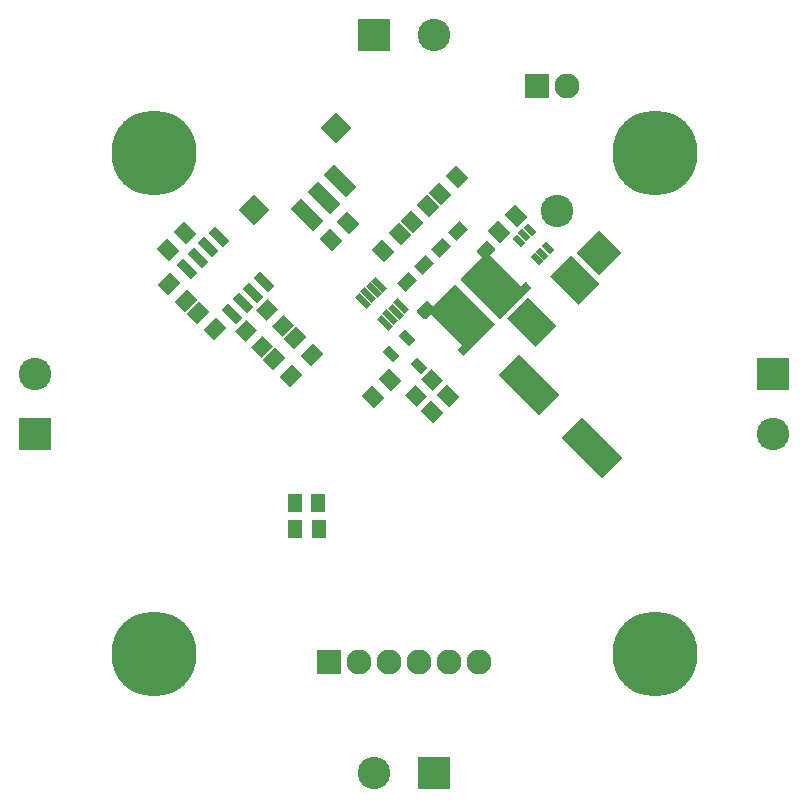
<source format=gts>
G04*
G04 #@! TF.GenerationSoftware,Altium Limited,Altium Designer,18.1.6 (161)*
G04*
G04 Layer_Color=8388736*
%FSLAX25Y25*%
%MOIN*%
G70*
G01*
G75*
G04:AMPARAMS|DCode=18|XSize=20.8mil|YSize=56.03mil|CornerRadius=0mil|HoleSize=0mil|Usage=FLASHONLY|Rotation=45.000|XOffset=0mil|YOffset=0mil|HoleType=Round|Shape=Rectangle|*
%AMROTATEDRECTD18*
4,1,4,0.01246,-0.02716,-0.02716,0.01246,-0.01246,0.02716,0.02716,-0.01246,0.01246,-0.02716,0.0*
%
%ADD18ROTATEDRECTD18*%

G04:AMPARAMS|DCode=19|XSize=19.81mil|YSize=41.47mil|CornerRadius=0mil|HoleSize=0mil|Usage=FLASHONLY|Rotation=45.000|XOffset=0mil|YOffset=0mil|HoleType=Round|Shape=Rectangle|*
%AMROTATEDRECTD19*
4,1,4,0.00766,-0.02166,-0.02166,0.00766,-0.00766,0.02166,0.02166,-0.00766,0.00766,-0.02166,0.0*
%
%ADD19ROTATEDRECTD19*%

G04:AMPARAMS|DCode=20|XSize=61.15mil|YSize=47.37mil|CornerRadius=0mil|HoleSize=0mil|Usage=FLASHONLY|Rotation=315.000|XOffset=0mil|YOffset=0mil|HoleType=Round|Shape=Rectangle|*
%AMROTATEDRECTD20*
4,1,4,-0.03837,0.00487,-0.00487,0.03837,0.03837,-0.00487,0.00487,-0.03837,-0.03837,0.00487,0.0*
%
%ADD20ROTATEDRECTD20*%

G04:AMPARAMS|DCode=21|XSize=108.39mil|YSize=47.37mil|CornerRadius=0mil|HoleSize=0mil|Usage=FLASHONLY|Rotation=315.000|XOffset=0mil|YOffset=0mil|HoleType=Round|Shape=Rectangle|*
%AMROTATEDRECTD21*
4,1,4,-0.05507,0.02158,-0.02158,0.05507,0.05507,-0.02158,0.02158,-0.05507,-0.05507,0.02158,0.0*
%
%ADD21ROTATEDRECTD21*%

%ADD22P,0.10597X4X360.0*%
%ADD23R,0.04737X0.06115*%
G04:AMPARAMS|DCode=24|XSize=31.62mil|YSize=47.37mil|CornerRadius=0mil|HoleSize=0mil|Usage=FLASHONLY|Rotation=45.000|XOffset=0mil|YOffset=0mil|HoleType=Round|Shape=Rectangle|*
%AMROTATEDRECTD24*
4,1,4,0.00557,-0.02793,-0.02793,0.00557,-0.00557,0.02793,0.02793,-0.00557,0.00557,-0.02793,0.0*
%
%ADD24ROTATEDRECTD24*%

G04:AMPARAMS|DCode=25|XSize=98.55mil|YSize=189.1mil|CornerRadius=0mil|HoleSize=0mil|Usage=FLASHONLY|Rotation=45.000|XOffset=0mil|YOffset=0mil|HoleType=Round|Shape=Rectangle|*
%AMROTATEDRECTD25*
4,1,4,0.03202,-0.10170,-0.10170,0.03202,-0.03202,0.10170,0.10170,-0.03202,0.03202,-0.10170,0.0*
%
%ADD25ROTATEDRECTD25*%

G04:AMPARAMS|DCode=26|XSize=53.28mil|YSize=40.28mil|CornerRadius=0mil|HoleSize=0mil|Usage=FLASHONLY|Rotation=225.000|XOffset=0mil|YOffset=0mil|HoleType=Round|Shape=Rectangle|*
%AMROTATEDRECTD26*
4,1,4,0.00459,0.03308,0.03308,0.00459,-0.00459,-0.03308,-0.03308,-0.00459,0.00459,0.03308,0.0*
%
%ADD26ROTATEDRECTD26*%

G04:AMPARAMS|DCode=27|XSize=45.28mil|YSize=32.28mil|CornerRadius=0mil|HoleSize=0mil|Usage=FLASHONLY|Rotation=225.000|XOffset=0mil|YOffset=0mil|HoleType=Round|Shape=Rectangle|*
%AMROTATEDRECTD27*
4,1,4,0.00459,0.02742,0.02742,0.00459,-0.00459,-0.02742,-0.02742,-0.00459,0.00459,0.02742,0.0*
%
%ADD27ROTATEDRECTD27*%

G04:AMPARAMS|DCode=28|XSize=99mil|YSize=134mil|CornerRadius=0mil|HoleSize=0mil|Usage=FLASHONLY|Rotation=225.000|XOffset=0mil|YOffset=0mil|HoleType=Round|Shape=Rectangle|*
%AMROTATEDRECTD28*
4,1,4,-0.01237,0.08238,0.08238,-0.01237,0.01237,-0.08238,-0.08238,0.01237,-0.01237,0.08238,0.0*
%
%ADD28ROTATEDRECTD28*%

G04:AMPARAMS|DCode=29|XSize=29.65mil|YSize=67.06mil|CornerRadius=0mil|HoleSize=0mil|Usage=FLASHONLY|Rotation=45.000|XOffset=0mil|YOffset=0mil|HoleType=Round|Shape=Rectangle|*
%AMROTATEDRECTD29*
4,1,4,0.01322,-0.03419,-0.03419,0.01322,-0.01322,0.03419,0.03419,-0.01322,0.01322,-0.03419,0.0*
%
%ADD29ROTATEDRECTD29*%

G04:AMPARAMS|DCode=30|XSize=55.24mil|YSize=47.37mil|CornerRadius=0mil|HoleSize=0mil|Usage=FLASHONLY|Rotation=45.000|XOffset=0mil|YOffset=0mil|HoleType=Round|Shape=Rectangle|*
%AMROTATEDRECTD30*
4,1,4,-0.00278,-0.03628,-0.03628,-0.00278,0.00278,0.03628,0.03628,0.00278,-0.00278,-0.03628,0.0*
%
%ADD30ROTATEDRECTD30*%

G04:AMPARAMS|DCode=31|XSize=61.15mil|YSize=47.37mil|CornerRadius=0mil|HoleSize=0mil|Usage=FLASHONLY|Rotation=45.000|XOffset=0mil|YOffset=0mil|HoleType=Round|Shape=Rectangle|*
%AMROTATEDRECTD31*
4,1,4,-0.00487,-0.03837,-0.03837,-0.00487,0.00487,0.03837,0.03837,0.00487,-0.00487,-0.03837,0.0*
%
%ADD31ROTATEDRECTD31*%

G04:AMPARAMS|DCode=32|XSize=55.24mil|YSize=47.37mil|CornerRadius=0mil|HoleSize=0mil|Usage=FLASHONLY|Rotation=135.000|XOffset=0mil|YOffset=0mil|HoleType=Round|Shape=Rectangle|*
%AMROTATEDRECTD32*
4,1,4,0.03628,-0.00278,0.00278,-0.03628,-0.03628,0.00278,-0.00278,0.03628,0.03628,-0.00278,0.0*
%
%ADD32ROTATEDRECTD32*%

%ADD33C,0.28359*%
%ADD34C,0.08300*%
%ADD35R,0.08300X0.08300*%
%ADD36C,0.10800*%
%ADD37P,0.15274X4X90.0*%
%ADD38R,0.10800X0.10800*%
%ADD39R,0.10800X0.10800*%
G36*
X190939Y209645D02*
X190991Y209635D01*
X191041Y209618D01*
X191087Y209595D01*
X191131Y209566D01*
X191171Y209531D01*
X203949Y196753D01*
X203983Y196714D01*
X204012Y196670D01*
X204028Y196639D01*
X204035Y196623D01*
X204052Y196574D01*
X204063Y196522D01*
X204066Y196470D01*
X204063Y196418D01*
X204052Y196366D01*
X204035Y196317D01*
X204012Y196270D01*
X203983Y196226D01*
X203949Y196186D01*
X193927Y186164D01*
X193887Y186130D01*
X193844Y186101D01*
X193797Y186078D01*
X193747Y186061D01*
X193695Y186051D01*
X193643Y186047D01*
X193591Y186051D01*
X193539Y186061D01*
X193490Y186078D01*
X193443Y186101D01*
X193399Y186130D01*
X193360Y186164D01*
X191968Y187557D01*
X191933Y187596D01*
X191904Y187639D01*
X191881Y187687D01*
X191864Y187736D01*
X191854Y187788D01*
X191850Y187840D01*
X191854Y187892D01*
X191864Y187944D01*
X191881Y187993D01*
X191904Y188040D01*
X191933Y188084D01*
X191968Y188123D01*
X193215Y189371D01*
X182675Y199912D01*
X181079Y198316D01*
X181040Y198282D01*
X180996Y198252D01*
X180965Y198237D01*
X180949Y198229D01*
X180899Y198212D01*
X180848Y198202D01*
X180796Y198199D01*
X180743Y198202D01*
X180692Y198212D01*
X180642Y198229D01*
X180595Y198252D01*
X180552Y198282D01*
X180512Y198316D01*
X178146Y200682D01*
X178111Y200722D01*
X178082Y200765D01*
X178059Y200813D01*
X178042Y200862D01*
X178032Y200914D01*
X178028Y200966D01*
X178032Y201018D01*
X178042Y201070D01*
X178059Y201119D01*
X178082Y201166D01*
X178111Y201210D01*
X178146Y201249D01*
X181124Y204228D01*
X181143Y204244D01*
X181162Y204261D01*
X181163Y204262D01*
X181164Y204263D01*
X181184Y204276D01*
X181205Y204291D01*
X181206Y204291D01*
X181208Y204292D01*
X181230Y204303D01*
X181252Y204314D01*
X181253Y204314D01*
X181255Y204315D01*
X181278Y204323D01*
X181302Y204331D01*
X181303Y204331D01*
X181304Y204332D01*
X181329Y204337D01*
X181353Y204342D01*
X181354Y204342D01*
X181356Y204342D01*
X181381Y204344D01*
X181405Y204346D01*
X181407Y204345D01*
X181408Y204346D01*
X181433Y204344D01*
X181458Y204343D01*
X181459Y204342D01*
X181460Y204342D01*
X181485Y204337D01*
X181509Y204333D01*
X181510Y204332D01*
X181512Y204332D01*
X181536Y204324D01*
X181559Y204316D01*
X181560Y204315D01*
X181561Y204315D01*
X181584Y204304D01*
X181606Y204293D01*
X181607Y204292D01*
X181608Y204292D01*
X181629Y204278D01*
X181650Y204264D01*
X181651Y204263D01*
X181652Y204263D01*
X181671Y204246D01*
X181690Y204230D01*
X183508Y202436D01*
X190604Y209531D01*
X190643Y209566D01*
X190687Y209595D01*
X190734Y209618D01*
X190783Y209635D01*
X190835Y209645D01*
X190887Y209649D01*
X190939Y209645D01*
D02*
G37*
G36*
X201449Y224330D02*
X201500Y224320D01*
X201550Y224303D01*
X201597Y224280D01*
X201640Y224251D01*
X201680Y224216D01*
X204046Y221850D01*
X204081Y221811D01*
X204110Y221767D01*
X204133Y221720D01*
X204150Y221670D01*
X204160Y221619D01*
X204163Y221567D01*
X204160Y221514D01*
X204150Y221463D01*
X204133Y221413D01*
X204125Y221398D01*
X204110Y221366D01*
X204081Y221323D01*
X204046Y221283D01*
X202450Y219688D01*
X212991Y209147D01*
X214239Y210395D01*
X214278Y210429D01*
X214322Y210458D01*
X214369Y210481D01*
X214419Y210498D01*
X214470Y210508D01*
X214522Y210512D01*
X214575Y210508D01*
X214626Y210498D01*
X214676Y210481D01*
X214723Y210458D01*
X214766Y210429D01*
X214806Y210395D01*
X216198Y209002D01*
X216232Y208963D01*
X216261Y208920D01*
X216285Y208873D01*
X216301Y208823D01*
X216312Y208771D01*
X216315Y208719D01*
X216312Y208667D01*
X216301Y208615D01*
X216285Y208566D01*
X216261Y208519D01*
X216232Y208475D01*
X216198Y208436D01*
X206176Y198414D01*
X206136Y198379D01*
X206093Y198350D01*
X206046Y198327D01*
X205996Y198310D01*
X205944Y198300D01*
X205892Y198296D01*
X205840Y198300D01*
X205788Y198310D01*
X205739Y198327D01*
X205723Y198334D01*
X205692Y198350D01*
X205648Y198379D01*
X205609Y198414D01*
X192831Y211192D01*
X192796Y211231D01*
X192767Y211275D01*
X192744Y211322D01*
X192727Y211371D01*
X192717Y211423D01*
X192713Y211475D01*
X192717Y211527D01*
X192727Y211579D01*
X192744Y211629D01*
X192767Y211676D01*
X192796Y211719D01*
X192831Y211759D01*
X199926Y218854D01*
X198132Y220673D01*
X198116Y220691D01*
X198100Y220710D01*
X198099Y220711D01*
X198098Y220712D01*
X198084Y220733D01*
X198070Y220754D01*
X198070Y220755D01*
X198069Y220756D01*
X198058Y220778D01*
X198047Y220801D01*
X198047Y220802D01*
X198046Y220803D01*
X198038Y220827D01*
X198030Y220850D01*
X198030Y220852D01*
X198030Y220853D01*
X198025Y220877D01*
X198020Y220902D01*
X198020Y220903D01*
X198020Y220905D01*
X198018Y220929D01*
X198017Y220954D01*
X198017Y220956D01*
X198017Y220957D01*
X198018Y220982D01*
X198020Y221007D01*
X198020Y221008D01*
X198020Y221009D01*
X198025Y221034D01*
X198030Y221058D01*
X198031Y221059D01*
X198031Y221061D01*
X198039Y221084D01*
X198047Y221108D01*
X198048Y221109D01*
X198048Y221110D01*
X198059Y221132D01*
X198070Y221155D01*
X198071Y221156D01*
X198072Y221157D01*
X198086Y221178D01*
X198100Y221198D01*
X198100Y221199D01*
X198101Y221200D01*
X198118Y221219D01*
X198134Y221238D01*
X201113Y224216D01*
X201152Y224251D01*
X201196Y224280D01*
X201243Y224303D01*
X201292Y224320D01*
X201344Y224330D01*
X201396Y224334D01*
X201449Y224330D01*
D02*
G37*
D18*
X165603Y209708D02*
D03*
X163793Y207898D02*
D03*
X161984Y206089D02*
D03*
X160174Y204279D02*
D03*
X172897Y202414D02*
D03*
X171087Y200604D02*
D03*
X169278Y198795D02*
D03*
X167468Y196985D02*
D03*
D19*
X215676Y227903D02*
D03*
X213867Y226094D02*
D03*
X212057Y224284D02*
D03*
X218182Y218160D02*
D03*
X219991Y219969D02*
D03*
X221801Y221779D02*
D03*
D20*
X155146Y230146D02*
D03*
X149578Y224578D02*
D03*
X191367Y245500D02*
D03*
X185799Y239933D02*
D03*
X181951Y236052D02*
D03*
X176383Y230484D02*
D03*
X172469Y226603D02*
D03*
X166901Y221035D02*
D03*
X211052Y232705D02*
D03*
X205484Y227137D02*
D03*
X100815Y226800D02*
D03*
X95248Y221232D02*
D03*
X188611Y172666D02*
D03*
X183043Y167098D02*
D03*
X163555Y172216D02*
D03*
X169123Y177784D02*
D03*
D21*
X141480Y233015D02*
D03*
X152615Y244150D02*
D03*
X147047Y238583D02*
D03*
D22*
X123732Y234616D02*
D03*
X151014Y261898D02*
D03*
D23*
X137598Y128150D02*
D03*
X145473D02*
D03*
X137402Y137008D02*
D03*
X145276D02*
D03*
D24*
X174698Y191812D02*
D03*
X169408Y186523D02*
D03*
X178734Y182486D02*
D03*
D25*
X215545Y176188D02*
D03*
X236424Y155308D02*
D03*
D26*
X180545Y216166D02*
D03*
X186196Y221817D02*
D03*
X174894Y210515D02*
D03*
X191848Y227468D02*
D03*
D27*
X203651Y209429D02*
D03*
X192738Y198182D02*
D03*
D28*
X216535Y197244D02*
D03*
X230678Y211386D02*
D03*
D29*
X112157Y225615D02*
D03*
X108621Y222079D02*
D03*
X105086Y218544D02*
D03*
X101550Y215008D02*
D03*
X127190Y210582D02*
D03*
X123654Y207047D02*
D03*
X120119Y203511D02*
D03*
X116583Y199976D02*
D03*
D30*
X121174Y194180D02*
D03*
X126464Y188891D02*
D03*
X128261Y201267D02*
D03*
X133550Y195977D02*
D03*
D31*
X136052Y179303D02*
D03*
X130484Y184871D02*
D03*
X110686Y194826D02*
D03*
X105118Y200394D02*
D03*
X143138Y186389D02*
D03*
X137571Y191957D02*
D03*
X101209Y204303D02*
D03*
X95641Y209871D02*
D03*
D32*
X177953Y172441D02*
D03*
X183242Y177730D02*
D03*
D33*
X257402Y253465D02*
D03*
X90354Y253465D02*
D03*
X257402Y86417D02*
D03*
X90354D02*
D03*
D34*
X228110Y275787D02*
D03*
X188701Y84056D02*
D03*
X178701Y84056D02*
D03*
X158701Y84055D02*
D03*
X168701D02*
D03*
X198701Y84057D02*
D03*
D35*
X218110Y275787D02*
D03*
X148701Y84055D02*
D03*
D36*
X224803Y234252D02*
D03*
X183878Y292835D02*
D03*
X50984Y179941D02*
D03*
X296772Y159941D02*
D03*
X163878Y47047D02*
D03*
D37*
X238945Y220110D02*
D03*
D38*
X163878Y292835D02*
D03*
X183878Y47047D02*
D03*
D39*
X50984Y159941D02*
D03*
X296772Y179941D02*
D03*
M02*

</source>
